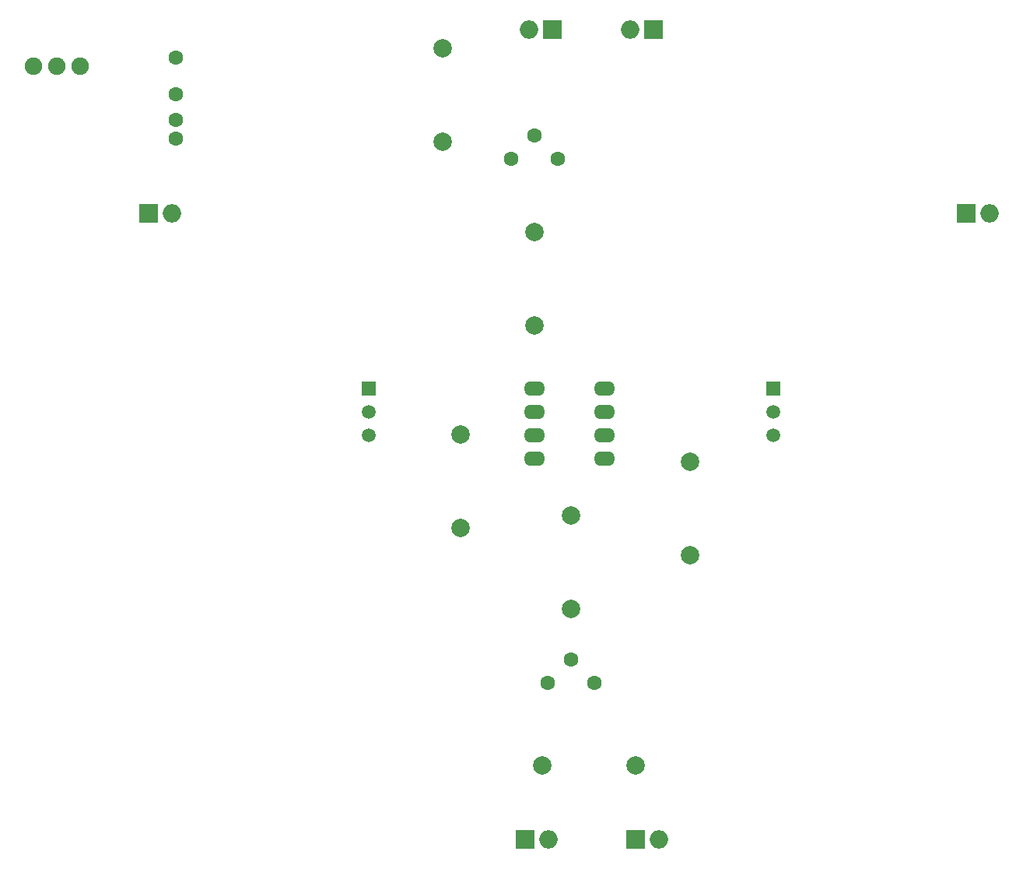
<source format=gbr>
G04 #@! TF.FileFunction,Copper,L2,Bot,Signal*
%FSLAX46Y46*%
G04 Gerber Fmt 4.6, Leading zero omitted, Abs format (unit mm)*
G04 Created by KiCad (PCBNEW 4.0.2+dfsg1-stable) date Fri 18 May 2018 12:16:33 BST*
%MOMM*%
G01*
G04 APERTURE LIST*
%ADD10C,0.100000*%
%ADD11O,1.998980X1.998980*%
%ADD12R,1.998980X1.998980*%
%ADD13C,1.600000*%
%ADD14C,1.998980*%
%ADD15O,2.300000X1.600000*%
%ADD16C,1.510000*%
%ADD17R,1.510000X1.510000*%
%ADD18C,1.900000*%
G04 APERTURE END LIST*
D10*
D11*
X186540000Y-71000000D03*
D12*
X184000000Y-71000000D03*
D11*
X97540000Y-71000000D03*
D12*
X95000000Y-71000000D03*
D11*
X138540000Y-139000000D03*
D12*
X136000000Y-139000000D03*
D11*
X147460000Y-51000000D03*
D12*
X150000000Y-51000000D03*
D11*
X136460000Y-51000000D03*
D12*
X139000000Y-51000000D03*
D11*
X150540000Y-139000000D03*
D12*
X148000000Y-139000000D03*
D13*
X134460000Y-65000000D03*
X137000000Y-62460000D03*
X139540000Y-65000000D03*
X138460000Y-122000000D03*
X141000000Y-119460000D03*
X143540000Y-122000000D03*
D14*
X137000000Y-73000000D03*
X137000000Y-83160000D03*
X141000000Y-114000000D03*
X141000000Y-103840000D03*
X129000000Y-95000000D03*
X129000000Y-105160000D03*
X154000000Y-98000000D03*
X154000000Y-108160000D03*
X127000000Y-53000000D03*
X127000000Y-63160000D03*
X148000000Y-131000000D03*
X137840000Y-131000000D03*
D13*
X98000000Y-62800000D03*
X98000000Y-60800000D03*
X98000000Y-58000000D03*
X98000000Y-54000000D03*
D15*
X137000000Y-90000000D03*
X137000000Y-92540000D03*
X137000000Y-95080000D03*
X137000000Y-97620000D03*
X144620000Y-97620000D03*
X144620000Y-95080000D03*
X144620000Y-92540000D03*
X144620000Y-90000000D03*
D16*
X119000000Y-95080000D03*
D17*
X119000000Y-90000000D03*
D16*
X119000000Y-92540000D03*
X163000000Y-95080000D03*
D17*
X163000000Y-90000000D03*
D16*
X163000000Y-92540000D03*
D18*
X87540000Y-55000000D03*
X85000000Y-55000000D03*
X82460000Y-55000000D03*
M02*

</source>
